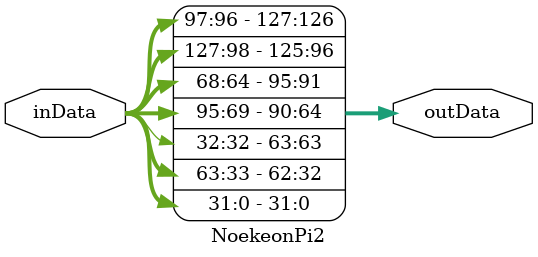
<source format=v>

module NoekeonPi2(
	input wire	[127:0]	inData,
	output wire	[127:0]	outData
);

assign outData[31:0]		= inData[31:0];
assign outData[63:32]	= {inData[32],inData[63:33]};
assign outData[95:64]	= {inData[68:64],inData[95:69]};
assign outData[127:96]	= {inData[97:96],inData[127:98]};

endmodule

</source>
